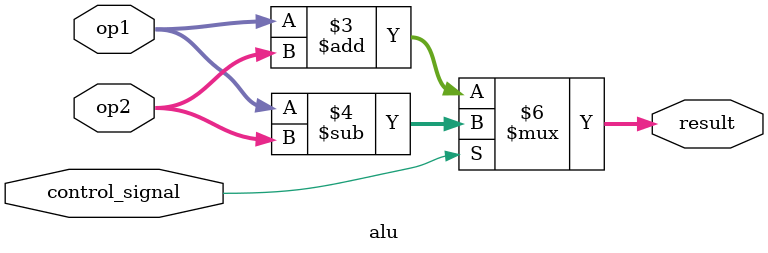
<source format=v>
/*
ULA
Autor: Camila Boa Morte
Descricao: Este modulo descreve uma ULA simplificada que realiza as operações de soma e subtração.
A selecao da operacao a ser realizada e realziada por meio do input control_signal (0 indica uma soma). Esta iplementacao nao
gerencia overflows e underflows.

XXXI SIECOMP - Oficina Introducao ao Verilog Comportamental
*/

module alu(control_signal, op1, op2, result);
	/* Declaracao de portas*/
	input control_signal;
	input [7:0] op1, op2;
	output reg [7:0] result;
	
	/* Funcionamento do circuito*/
	always @ (*) begin
		
		if(control_signal == 1'b0) begin
			result = op1 + op2;				
		end
		else begin
			result = op1 - op2;
		end		
	
	end
	
	

endmodule

</source>
